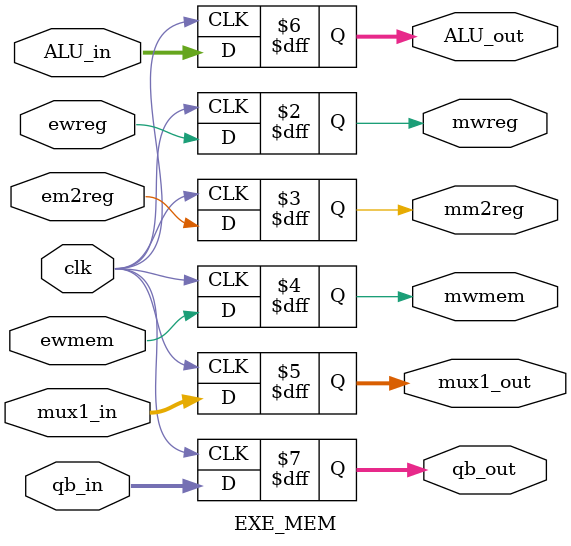
<source format=v>
`timescale 1ns / 1ps

module EXE_MEM(
    input clk,
    input ewreg,
    input em2reg,
    input ewmem,
    input [4:0] mux1_in,
    input [31:0] ALU_in,
    input [31:0] qb_in,
    output reg mwreg,
    output reg mm2reg,
    output reg mwmem,
    output reg [4:0] mux1_out,
    output reg [31:0] ALU_out,
    output reg [31:0] qb_out
    );
    
    always @(negedge clk)
    begin
         mwreg = ewreg;
         mm2reg = em2reg;
         mwmem = ewmem;
         mux1_out = mux1_in;
         ALU_out = ALU_in;
         qb_out = qb_in;
    end
endmodule


</source>
